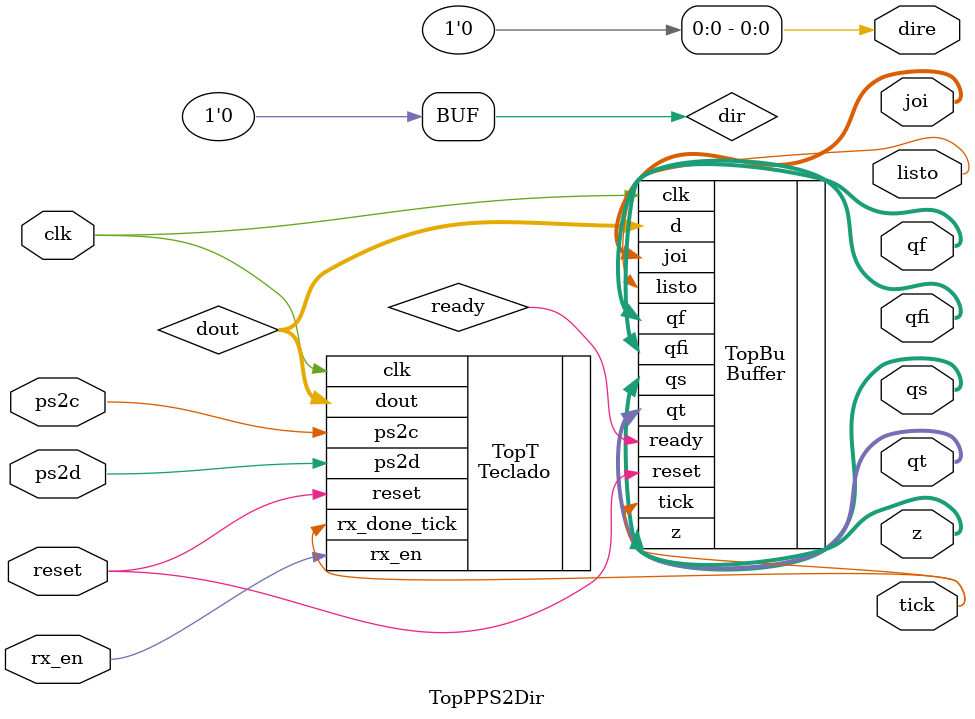
<source format=v>
`timescale 1ns / 1ps


module TopPPS2Dir(
    input clk,reset, // clk y reset del sistema
    input ps2d,ps2c, rx_en, // bits de entrada del teclado
    output [31:0] joi, // salida de 32 bits del buffer
    output listo, // bandera hacia modulo I/O
    output tick, // bandera de dato valido en el teclado, y entrada de clk al contador
    output [7:0] qfi, // salida primer registro
    output [7:0] qs, // salida segundo reistro
    output [7:0] qt, // salida tercer registro
    output [7:0] qf, // salida cuarto registro
    output [2:0] z, // valor del contador
    output [31:0] dire
    );

wire [7:0] dout;
wire dir;

assign dir = 32'hAAAA; // salida direccion donde se guarda el dato

assign dir = dire;

// Instancia del modulo teclado

Teclado TopT(
     .clk(clk),
     .reset(reset),
     .ps2d(ps2d),
     .ps2c(ps2c), 
     .rx_en(rx_en),
     .rx_done_tick(tick),
     .dout(dout)
);

wire ready;

// Instancia modulo Buffer

Buffer TopBu(
     .clk(clk), 
     .reset(reset),
     .tick(tick),
     .d(dout),
     .ready(ready),
     .qfi(qfi),
     .qs(qs),
     .qt(qt),
     .qf(qf),
     .z(z),
     .joi(joi),
     .listo(listo) 
);    
    
endmodule



</source>
